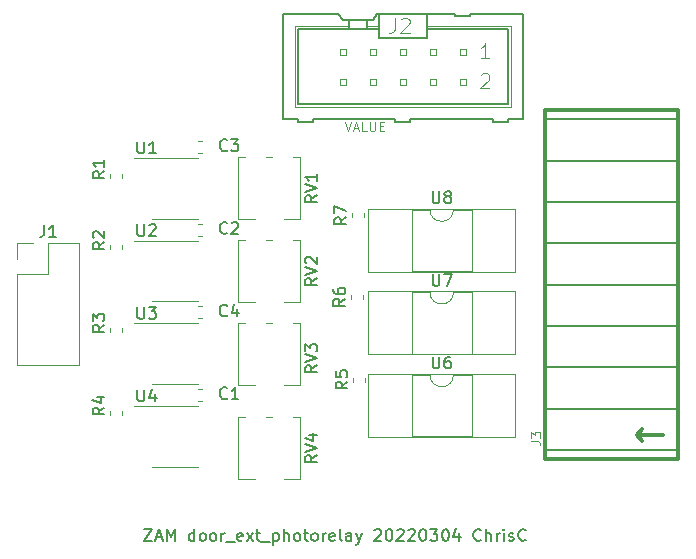
<source format=gbr>
%TF.GenerationSoftware,KiCad,Pcbnew,5.1.6-c6e7f7d~87~ubuntu18.04.1*%
%TF.CreationDate,2022-03-05T00:13:30+01:00*%
%TF.ProjectId,door_ext_photorelay,646f6f72-5f65-4787-945f-70686f746f72,rev?*%
%TF.SameCoordinates,Original*%
%TF.FileFunction,Legend,Top*%
%TF.FilePolarity,Positive*%
%FSLAX46Y46*%
G04 Gerber Fmt 4.6, Leading zero omitted, Abs format (unit mm)*
G04 Created by KiCad (PCBNEW 5.1.6-c6e7f7d~87~ubuntu18.04.1) date 2022-03-05 00:13:30*
%MOMM*%
%LPD*%
G01*
G04 APERTURE LIST*
%ADD10C,0.150000*%
%ADD11C,0.120000*%
%ADD12C,0.152400*%
%ADD13C,0.050800*%
%ADD14C,0.066040*%
%ADD15C,0.304800*%
%ADD16C,0.088900*%
%ADD17C,0.100000*%
G04 APERTURE END LIST*
D10*
X135833333Y-77452380D02*
X136500000Y-77452380D01*
X135833333Y-78452380D01*
X136500000Y-78452380D01*
X136833333Y-78166666D02*
X137309523Y-78166666D01*
X136738095Y-78452380D02*
X137071428Y-77452380D01*
X137404761Y-78452380D01*
X137738095Y-78452380D02*
X137738095Y-77452380D01*
X138071428Y-78166666D01*
X138404761Y-77452380D01*
X138404761Y-78452380D01*
X140071428Y-78452380D02*
X140071428Y-77452380D01*
X140071428Y-78404761D02*
X139976190Y-78452380D01*
X139785714Y-78452380D01*
X139690476Y-78404761D01*
X139642857Y-78357142D01*
X139595238Y-78261904D01*
X139595238Y-77976190D01*
X139642857Y-77880952D01*
X139690476Y-77833333D01*
X139785714Y-77785714D01*
X139976190Y-77785714D01*
X140071428Y-77833333D01*
X140690476Y-78452380D02*
X140595238Y-78404761D01*
X140547619Y-78357142D01*
X140500000Y-78261904D01*
X140500000Y-77976190D01*
X140547619Y-77880952D01*
X140595238Y-77833333D01*
X140690476Y-77785714D01*
X140833333Y-77785714D01*
X140928571Y-77833333D01*
X140976190Y-77880952D01*
X141023809Y-77976190D01*
X141023809Y-78261904D01*
X140976190Y-78357142D01*
X140928571Y-78404761D01*
X140833333Y-78452380D01*
X140690476Y-78452380D01*
X141595238Y-78452380D02*
X141500000Y-78404761D01*
X141452380Y-78357142D01*
X141404761Y-78261904D01*
X141404761Y-77976190D01*
X141452380Y-77880952D01*
X141500000Y-77833333D01*
X141595238Y-77785714D01*
X141738095Y-77785714D01*
X141833333Y-77833333D01*
X141880952Y-77880952D01*
X141928571Y-77976190D01*
X141928571Y-78261904D01*
X141880952Y-78357142D01*
X141833333Y-78404761D01*
X141738095Y-78452380D01*
X141595238Y-78452380D01*
X142357142Y-78452380D02*
X142357142Y-77785714D01*
X142357142Y-77976190D02*
X142404761Y-77880952D01*
X142452380Y-77833333D01*
X142547619Y-77785714D01*
X142642857Y-77785714D01*
X142738095Y-78547619D02*
X143500000Y-78547619D01*
X144119047Y-78404761D02*
X144023809Y-78452380D01*
X143833333Y-78452380D01*
X143738095Y-78404761D01*
X143690476Y-78309523D01*
X143690476Y-77928571D01*
X143738095Y-77833333D01*
X143833333Y-77785714D01*
X144023809Y-77785714D01*
X144119047Y-77833333D01*
X144166666Y-77928571D01*
X144166666Y-78023809D01*
X143690476Y-78119047D01*
X144500000Y-78452380D02*
X145023809Y-77785714D01*
X144500000Y-77785714D02*
X145023809Y-78452380D01*
X145261904Y-77785714D02*
X145642857Y-77785714D01*
X145404761Y-77452380D02*
X145404761Y-78309523D01*
X145452380Y-78404761D01*
X145547619Y-78452380D01*
X145642857Y-78452380D01*
X145738095Y-78547619D02*
X146500000Y-78547619D01*
X146738095Y-77785714D02*
X146738095Y-78785714D01*
X146738095Y-77833333D02*
X146833333Y-77785714D01*
X147023809Y-77785714D01*
X147119047Y-77833333D01*
X147166666Y-77880952D01*
X147214285Y-77976190D01*
X147214285Y-78261904D01*
X147166666Y-78357142D01*
X147119047Y-78404761D01*
X147023809Y-78452380D01*
X146833333Y-78452380D01*
X146738095Y-78404761D01*
X147642857Y-78452380D02*
X147642857Y-77452380D01*
X148071428Y-78452380D02*
X148071428Y-77928571D01*
X148023809Y-77833333D01*
X147928571Y-77785714D01*
X147785714Y-77785714D01*
X147690476Y-77833333D01*
X147642857Y-77880952D01*
X148690476Y-78452380D02*
X148595238Y-78404761D01*
X148547619Y-78357142D01*
X148500000Y-78261904D01*
X148500000Y-77976190D01*
X148547619Y-77880952D01*
X148595238Y-77833333D01*
X148690476Y-77785714D01*
X148833333Y-77785714D01*
X148928571Y-77833333D01*
X148976190Y-77880952D01*
X149023809Y-77976190D01*
X149023809Y-78261904D01*
X148976190Y-78357142D01*
X148928571Y-78404761D01*
X148833333Y-78452380D01*
X148690476Y-78452380D01*
X149309523Y-77785714D02*
X149690476Y-77785714D01*
X149452380Y-77452380D02*
X149452380Y-78309523D01*
X149500000Y-78404761D01*
X149595238Y-78452380D01*
X149690476Y-78452380D01*
X150166666Y-78452380D02*
X150071428Y-78404761D01*
X150023809Y-78357142D01*
X149976190Y-78261904D01*
X149976190Y-77976190D01*
X150023809Y-77880952D01*
X150071428Y-77833333D01*
X150166666Y-77785714D01*
X150309523Y-77785714D01*
X150404761Y-77833333D01*
X150452380Y-77880952D01*
X150500000Y-77976190D01*
X150500000Y-78261904D01*
X150452380Y-78357142D01*
X150404761Y-78404761D01*
X150309523Y-78452380D01*
X150166666Y-78452380D01*
X150928571Y-78452380D02*
X150928571Y-77785714D01*
X150928571Y-77976190D02*
X150976190Y-77880952D01*
X151023809Y-77833333D01*
X151119047Y-77785714D01*
X151214285Y-77785714D01*
X151928571Y-78404761D02*
X151833333Y-78452380D01*
X151642857Y-78452380D01*
X151547619Y-78404761D01*
X151500000Y-78309523D01*
X151500000Y-77928571D01*
X151547619Y-77833333D01*
X151642857Y-77785714D01*
X151833333Y-77785714D01*
X151928571Y-77833333D01*
X151976190Y-77928571D01*
X151976190Y-78023809D01*
X151500000Y-78119047D01*
X152547619Y-78452380D02*
X152452380Y-78404761D01*
X152404761Y-78309523D01*
X152404761Y-77452380D01*
X153357142Y-78452380D02*
X153357142Y-77928571D01*
X153309523Y-77833333D01*
X153214285Y-77785714D01*
X153023809Y-77785714D01*
X152928571Y-77833333D01*
X153357142Y-78404761D02*
X153261904Y-78452380D01*
X153023809Y-78452380D01*
X152928571Y-78404761D01*
X152880952Y-78309523D01*
X152880952Y-78214285D01*
X152928571Y-78119047D01*
X153023809Y-78071428D01*
X153261904Y-78071428D01*
X153357142Y-78023809D01*
X153738095Y-77785714D02*
X153976190Y-78452380D01*
X154214285Y-77785714D02*
X153976190Y-78452380D01*
X153880952Y-78690476D01*
X153833333Y-78738095D01*
X153738095Y-78785714D01*
X155309523Y-77547619D02*
X155357142Y-77500000D01*
X155452380Y-77452380D01*
X155690476Y-77452380D01*
X155785714Y-77500000D01*
X155833333Y-77547619D01*
X155880952Y-77642857D01*
X155880952Y-77738095D01*
X155833333Y-77880952D01*
X155261904Y-78452380D01*
X155880952Y-78452380D01*
X156499999Y-77452380D02*
X156595238Y-77452380D01*
X156690476Y-77500000D01*
X156738095Y-77547619D01*
X156785714Y-77642857D01*
X156833333Y-77833333D01*
X156833333Y-78071428D01*
X156785714Y-78261904D01*
X156738095Y-78357142D01*
X156690476Y-78404761D01*
X156595238Y-78452380D01*
X156499999Y-78452380D01*
X156404761Y-78404761D01*
X156357142Y-78357142D01*
X156309523Y-78261904D01*
X156261904Y-78071428D01*
X156261904Y-77833333D01*
X156309523Y-77642857D01*
X156357142Y-77547619D01*
X156404761Y-77500000D01*
X156499999Y-77452380D01*
X157214285Y-77547619D02*
X157261904Y-77500000D01*
X157357142Y-77452380D01*
X157595238Y-77452380D01*
X157690476Y-77500000D01*
X157738095Y-77547619D01*
X157785714Y-77642857D01*
X157785714Y-77738095D01*
X157738095Y-77880952D01*
X157166666Y-78452380D01*
X157785714Y-78452380D01*
X158166666Y-77547619D02*
X158214285Y-77500000D01*
X158309523Y-77452380D01*
X158547619Y-77452380D01*
X158642857Y-77500000D01*
X158690476Y-77547619D01*
X158738095Y-77642857D01*
X158738095Y-77738095D01*
X158690476Y-77880952D01*
X158119047Y-78452380D01*
X158738095Y-78452380D01*
X159357142Y-77452380D02*
X159452380Y-77452380D01*
X159547619Y-77500000D01*
X159595238Y-77547619D01*
X159642857Y-77642857D01*
X159690476Y-77833333D01*
X159690476Y-78071428D01*
X159642857Y-78261904D01*
X159595238Y-78357142D01*
X159547619Y-78404761D01*
X159452380Y-78452380D01*
X159357142Y-78452380D01*
X159261904Y-78404761D01*
X159214285Y-78357142D01*
X159166666Y-78261904D01*
X159119047Y-78071428D01*
X159119047Y-77833333D01*
X159166666Y-77642857D01*
X159214285Y-77547619D01*
X159261904Y-77500000D01*
X159357142Y-77452380D01*
X160023809Y-77452380D02*
X160642857Y-77452380D01*
X160309523Y-77833333D01*
X160452380Y-77833333D01*
X160547619Y-77880952D01*
X160595238Y-77928571D01*
X160642857Y-78023809D01*
X160642857Y-78261904D01*
X160595238Y-78357142D01*
X160547619Y-78404761D01*
X160452380Y-78452380D01*
X160166666Y-78452380D01*
X160071428Y-78404761D01*
X160023809Y-78357142D01*
X161261904Y-77452380D02*
X161357142Y-77452380D01*
X161452380Y-77500000D01*
X161499999Y-77547619D01*
X161547619Y-77642857D01*
X161595238Y-77833333D01*
X161595238Y-78071428D01*
X161547619Y-78261904D01*
X161499999Y-78357142D01*
X161452380Y-78404761D01*
X161357142Y-78452380D01*
X161261904Y-78452380D01*
X161166666Y-78404761D01*
X161119047Y-78357142D01*
X161071428Y-78261904D01*
X161023809Y-78071428D01*
X161023809Y-77833333D01*
X161071428Y-77642857D01*
X161119047Y-77547619D01*
X161166666Y-77500000D01*
X161261904Y-77452380D01*
X162452380Y-77785714D02*
X162452380Y-78452380D01*
X162214285Y-77404761D02*
X161976190Y-78119047D01*
X162595238Y-78119047D01*
X164309523Y-78357142D02*
X164261904Y-78404761D01*
X164119047Y-78452380D01*
X164023809Y-78452380D01*
X163880952Y-78404761D01*
X163785714Y-78309523D01*
X163738095Y-78214285D01*
X163690476Y-78023809D01*
X163690476Y-77880952D01*
X163738095Y-77690476D01*
X163785714Y-77595238D01*
X163880952Y-77500000D01*
X164023809Y-77452380D01*
X164119047Y-77452380D01*
X164261904Y-77500000D01*
X164309523Y-77547619D01*
X164738095Y-78452380D02*
X164738095Y-77452380D01*
X165166666Y-78452380D02*
X165166666Y-77928571D01*
X165119047Y-77833333D01*
X165023809Y-77785714D01*
X164880952Y-77785714D01*
X164785714Y-77833333D01*
X164738095Y-77880952D01*
X165642857Y-78452380D02*
X165642857Y-77785714D01*
X165642857Y-77976190D02*
X165690476Y-77880952D01*
X165738095Y-77833333D01*
X165833333Y-77785714D01*
X165928571Y-77785714D01*
X166261904Y-78452380D02*
X166261904Y-77785714D01*
X166261904Y-77452380D02*
X166214285Y-77500000D01*
X166261904Y-77547619D01*
X166309523Y-77500000D01*
X166261904Y-77452380D01*
X166261904Y-77547619D01*
X166690476Y-78404761D02*
X166785714Y-78452380D01*
X166976190Y-78452380D01*
X167071428Y-78404761D01*
X167119047Y-78309523D01*
X167119047Y-78261904D01*
X167071428Y-78166666D01*
X166976190Y-78119047D01*
X166833333Y-78119047D01*
X166738095Y-78071428D01*
X166690476Y-77976190D01*
X166690476Y-77928571D01*
X166738095Y-77833333D01*
X166833333Y-77785714D01*
X166976190Y-77785714D01*
X167071428Y-77833333D01*
X168119047Y-78357142D02*
X168071428Y-78404761D01*
X167928571Y-78452380D01*
X167833333Y-78452380D01*
X167690476Y-78404761D01*
X167595238Y-78309523D01*
X167547619Y-78214285D01*
X167499999Y-78023809D01*
X167499999Y-77880952D01*
X167547619Y-77690476D01*
X167595238Y-77595238D01*
X167690476Y-77500000D01*
X167833333Y-77452380D01*
X167928571Y-77452380D01*
X168071428Y-77500000D01*
X168119047Y-77547619D01*
D11*
%TO.C,C1*%
X140671267Y-65590000D02*
X140328733Y-65590000D01*
X140671267Y-66610000D02*
X140328733Y-66610000D01*
%TO.C,C2*%
X140671267Y-52610000D02*
X140328733Y-52610000D01*
X140671267Y-51590000D02*
X140328733Y-51590000D01*
%TO.C,C3*%
X140671267Y-44590000D02*
X140328733Y-44590000D01*
X140671267Y-45610000D02*
X140328733Y-45610000D01*
%TO.C,C4*%
X140671267Y-59610000D02*
X140328733Y-59610000D01*
X140671267Y-58590000D02*
X140328733Y-58590000D01*
%TO.C,J1*%
X125070000Y-53270000D02*
X126400000Y-53270000D01*
X125070000Y-54600000D02*
X125070000Y-53270000D01*
X127670000Y-53270000D02*
X130270000Y-53270000D01*
X127670000Y-55870000D02*
X127670000Y-53270000D01*
X125070000Y-55870000D02*
X127670000Y-55870000D01*
X130270000Y-53270000D02*
X130270000Y-63550000D01*
X125070000Y-55870000D02*
X125070000Y-63550000D01*
X125070000Y-63550000D02*
X130270000Y-63550000D01*
D12*
%TO.C,J2*%
X163415000Y-33855000D02*
X167860000Y-33855000D01*
X163415000Y-33855000D02*
X163415000Y-33982000D01*
X162145000Y-33982000D02*
X163415000Y-33982000D01*
X162145000Y-33982000D02*
X162145000Y-33855000D01*
X159732000Y-33855000D02*
X162145000Y-33855000D01*
X153128000Y-34363000D02*
X154652000Y-34363000D01*
X153128000Y-34871000D02*
X153128000Y-34363000D01*
X154652000Y-34363000D02*
X155160000Y-34363000D01*
X154652000Y-34871000D02*
X154652000Y-34363000D01*
X159732000Y-34871000D02*
X159732000Y-33855000D01*
D13*
X166844000Y-34871000D02*
X159732000Y-34871000D01*
X166844000Y-41729000D02*
X166844000Y-34871000D01*
X148556000Y-41729000D02*
X166844000Y-41729000D01*
X148556000Y-34871000D02*
X148556000Y-41729000D01*
X153128000Y-34871000D02*
X148556000Y-34871000D01*
D12*
X155668000Y-34871000D02*
X155668000Y-33855000D01*
D13*
X154652000Y-34871000D02*
X155668000Y-34871000D01*
D12*
X152620000Y-34363000D02*
X153128000Y-34363000D01*
X152620000Y-34363000D02*
X152239000Y-33855000D01*
X155541000Y-33855000D02*
X155160000Y-34363000D01*
X153128000Y-35125000D02*
X154652000Y-35125000D01*
X153128000Y-35125000D02*
X153128000Y-34871000D01*
X154652000Y-35125000D02*
X155668000Y-35125000D01*
X154652000Y-35125000D02*
X154652000Y-34871000D01*
X155668000Y-33855000D02*
X159732000Y-33855000D01*
X155541000Y-33855000D02*
X155668000Y-33855000D01*
X165320000Y-42745000D02*
X158335000Y-42745000D01*
X165320000Y-42999000D02*
X165320000Y-42745000D01*
X166590000Y-42999000D02*
X166590000Y-42745000D01*
X165320000Y-42999000D02*
X166590000Y-42999000D01*
X158335000Y-42999000D02*
X158335000Y-42745000D01*
X157065000Y-42745000D02*
X150080000Y-42745000D01*
X157065000Y-42999000D02*
X157065000Y-42745000D01*
X157065000Y-42999000D02*
X158335000Y-42999000D01*
X148810000Y-42745000D02*
X147540000Y-42745000D01*
X150080000Y-42745000D02*
X150080000Y-42999000D01*
X148810000Y-42999000D02*
X150080000Y-42999000D01*
X148810000Y-42745000D02*
X148810000Y-42999000D01*
X155668000Y-35125000D02*
X155668000Y-34871000D01*
X155668000Y-35887000D02*
X155668000Y-35125000D01*
X159732000Y-35125000D02*
X159732000Y-34871000D01*
X159732000Y-35125000D02*
X166590000Y-35125000D01*
X159732000Y-35125000D02*
X159732000Y-35887000D01*
X155668000Y-35887000D02*
X159732000Y-35887000D01*
X148810000Y-35125000D02*
X153128000Y-35125000D01*
X167860000Y-42745000D02*
X167860000Y-33855000D01*
X147540000Y-33855000D02*
X147540000Y-42745000D01*
X147540000Y-33855000D02*
X152239000Y-33855000D01*
X167860000Y-42745000D02*
X166590000Y-42745000D01*
X166590000Y-41475000D02*
X166590000Y-35125000D01*
X148810000Y-35125000D02*
X148810000Y-41475000D01*
X166590000Y-41475000D02*
X148810000Y-41475000D01*
D14*
X155414000Y-36776000D02*
X155414000Y-37284000D01*
X155414000Y-37284000D02*
X154906000Y-37284000D01*
X154906000Y-36776000D02*
X154906000Y-37284000D01*
X155414000Y-36776000D02*
X154906000Y-36776000D01*
X152874000Y-36776000D02*
X152874000Y-37284000D01*
X152874000Y-37284000D02*
X152366000Y-37284000D01*
X152366000Y-36776000D02*
X152366000Y-37284000D01*
X152874000Y-36776000D02*
X152366000Y-36776000D01*
X157954000Y-36776000D02*
X157954000Y-37284000D01*
X157954000Y-37284000D02*
X157446000Y-37284000D01*
X157446000Y-36776000D02*
X157446000Y-37284000D01*
X157954000Y-36776000D02*
X157446000Y-36776000D01*
X163034000Y-36776000D02*
X163034000Y-37284000D01*
X163034000Y-37284000D02*
X162526000Y-37284000D01*
X162526000Y-36776000D02*
X162526000Y-37284000D01*
X163034000Y-36776000D02*
X162526000Y-36776000D01*
X160494000Y-36776000D02*
X160494000Y-37284000D01*
X160494000Y-37284000D02*
X159986000Y-37284000D01*
X159986000Y-36776000D02*
X159986000Y-37284000D01*
X160494000Y-36776000D02*
X159986000Y-36776000D01*
X155414000Y-39316000D02*
X155414000Y-39824000D01*
X155414000Y-39824000D02*
X154906000Y-39824000D01*
X154906000Y-39316000D02*
X154906000Y-39824000D01*
X155414000Y-39316000D02*
X154906000Y-39316000D01*
X152874000Y-39316000D02*
X152874000Y-39824000D01*
X152874000Y-39824000D02*
X152366000Y-39824000D01*
X152366000Y-39316000D02*
X152366000Y-39824000D01*
X152874000Y-39316000D02*
X152366000Y-39316000D01*
X157954000Y-39316000D02*
X157954000Y-39824000D01*
X157954000Y-39824000D02*
X157446000Y-39824000D01*
X157446000Y-39316000D02*
X157446000Y-39824000D01*
X157954000Y-39316000D02*
X157446000Y-39316000D01*
X163034000Y-39316000D02*
X163034000Y-39824000D01*
X163034000Y-39824000D02*
X162526000Y-39824000D01*
X162526000Y-39316000D02*
X162526000Y-39824000D01*
X163034000Y-39316000D02*
X162526000Y-39316000D01*
X160494000Y-39316000D02*
X160494000Y-39824000D01*
X160494000Y-39824000D02*
X159986000Y-39824000D01*
X159986000Y-39316000D02*
X159986000Y-39824000D01*
X160494000Y-39316000D02*
X159986000Y-39316000D01*
D10*
%TO.C,J3*%
X169750000Y-42750000D02*
X181000000Y-42750000D01*
X169750000Y-46250000D02*
X181000000Y-46250000D01*
X169750000Y-49750000D02*
X181000000Y-49750000D01*
X169750000Y-56750000D02*
X181000000Y-56750000D01*
D15*
X177499680Y-69499740D02*
X177997520Y-68999360D01*
X177499680Y-69499740D02*
X177997520Y-69997580D01*
X179747580Y-69499740D02*
X177499680Y-69499740D01*
X169750000Y-71500000D02*
X169750000Y-42000000D01*
X181000000Y-71500000D02*
X169750000Y-71500000D01*
X181000000Y-42000000D02*
X169750000Y-42000000D01*
X181000000Y-71500000D02*
X181000000Y-42000000D01*
D10*
X169750000Y-67250000D02*
X181000000Y-67250000D01*
X169750000Y-63750000D02*
X181000000Y-63750000D01*
X169750000Y-60250000D02*
X181000000Y-60250000D01*
X169750000Y-53250000D02*
X181000000Y-53250000D01*
X169750000Y-70750000D02*
X181000000Y-70750000D01*
D11*
%TO.C,R1*%
X133910000Y-47428733D02*
X133910000Y-47771267D01*
X132890000Y-47428733D02*
X132890000Y-47771267D01*
%TO.C,R2*%
X132890000Y-53428733D02*
X132890000Y-53771267D01*
X133910000Y-53428733D02*
X133910000Y-53771267D01*
%TO.C,R3*%
X133910000Y-60428733D02*
X133910000Y-60771267D01*
X132890000Y-60428733D02*
X132890000Y-60771267D01*
%TO.C,R4*%
X133910000Y-67428733D02*
X133910000Y-67771267D01*
X132890000Y-67428733D02*
X132890000Y-67771267D01*
%TO.C,R5*%
X154510000Y-64971267D02*
X154510000Y-64628733D01*
X153490000Y-64971267D02*
X153490000Y-64628733D01*
%TO.C,R6*%
X154310000Y-57971267D02*
X154310000Y-57628733D01*
X153290000Y-57971267D02*
X153290000Y-57628733D01*
%TO.C,R7*%
X154410000Y-51071267D02*
X154410000Y-50728733D01*
X153390000Y-51071267D02*
X153390000Y-50728733D01*
%TO.C,RV1*%
X148440000Y-45980000D02*
X149020000Y-45980000D01*
X146140000Y-45980000D02*
X146660000Y-45980000D01*
X143780000Y-45980000D02*
X144361000Y-45980000D01*
X147640000Y-51220000D02*
X149020000Y-51220000D01*
X143780000Y-51220000D02*
X145160000Y-51220000D01*
X149020000Y-51220000D02*
X149020000Y-45980000D01*
X143780000Y-51220000D02*
X143780000Y-45980000D01*
%TO.C,RV2*%
X143780000Y-58220000D02*
X143780000Y-52980000D01*
X149020000Y-58220000D02*
X149020000Y-52980000D01*
X143780000Y-58220000D02*
X145160000Y-58220000D01*
X147640000Y-58220000D02*
X149020000Y-58220000D01*
X143780000Y-52980000D02*
X144361000Y-52980000D01*
X146140000Y-52980000D02*
X146660000Y-52980000D01*
X148440000Y-52980000D02*
X149020000Y-52980000D01*
%TO.C,RV3*%
X148440000Y-59980000D02*
X149020000Y-59980000D01*
X146140000Y-59980000D02*
X146660000Y-59980000D01*
X143780000Y-59980000D02*
X144361000Y-59980000D01*
X147640000Y-65220000D02*
X149020000Y-65220000D01*
X143780000Y-65220000D02*
X145160000Y-65220000D01*
X149020000Y-65220000D02*
X149020000Y-59980000D01*
X143780000Y-65220000D02*
X143780000Y-59980000D01*
%TO.C,RV4*%
X143780000Y-73220000D02*
X143780000Y-67980000D01*
X149020000Y-73220000D02*
X149020000Y-67980000D01*
X143780000Y-73220000D02*
X145160000Y-73220000D01*
X147640000Y-73220000D02*
X149020000Y-73220000D01*
X143780000Y-67980000D02*
X144361000Y-67980000D01*
X146140000Y-67980000D02*
X146660000Y-67980000D01*
X148440000Y-67980000D02*
X149020000Y-67980000D01*
%TO.C,U1*%
X138400000Y-46040000D02*
X134950000Y-46040000D01*
X138400000Y-46040000D02*
X140350000Y-46040000D01*
X138400000Y-51160000D02*
X136450000Y-51160000D01*
X138400000Y-51160000D02*
X140350000Y-51160000D01*
%TO.C,U2*%
X138400000Y-58160000D02*
X140350000Y-58160000D01*
X138400000Y-58160000D02*
X136450000Y-58160000D01*
X138400000Y-53040000D02*
X140350000Y-53040000D01*
X138400000Y-53040000D02*
X134950000Y-53040000D01*
%TO.C,U3*%
X138400000Y-60040000D02*
X134950000Y-60040000D01*
X138400000Y-60040000D02*
X140350000Y-60040000D01*
X138400000Y-65160000D02*
X136450000Y-65160000D01*
X138400000Y-65160000D02*
X140350000Y-65160000D01*
%TO.C,U4*%
X138400000Y-67040000D02*
X134950000Y-67040000D01*
X138400000Y-67040000D02*
X140350000Y-67040000D01*
X138400000Y-72160000D02*
X136450000Y-72160000D01*
X138400000Y-72160000D02*
X140350000Y-72160000D01*
%TO.C,U6*%
X167235000Y-64340000D02*
X154765000Y-64340000D01*
X167235000Y-69660000D02*
X167235000Y-64340000D01*
X154765000Y-69660000D02*
X167235000Y-69660000D01*
X154765000Y-64340000D02*
X154765000Y-69660000D01*
X163535000Y-64400000D02*
X162000000Y-64400000D01*
X163535000Y-69600000D02*
X163535000Y-64400000D01*
X158465000Y-69600000D02*
X163535000Y-69600000D01*
X158465000Y-64400000D02*
X158465000Y-69600000D01*
X160000000Y-64400000D02*
X158465000Y-64400000D01*
X162000000Y-64400000D02*
G75*
G02*
X160000000Y-64400000I-1000000J0D01*
G01*
%TO.C,U7*%
X167235000Y-57340000D02*
X154765000Y-57340000D01*
X167235000Y-62660000D02*
X167235000Y-57340000D01*
X154765000Y-62660000D02*
X167235000Y-62660000D01*
X154765000Y-57340000D02*
X154765000Y-62660000D01*
X163535000Y-57400000D02*
X162000000Y-57400000D01*
X163535000Y-62600000D02*
X163535000Y-57400000D01*
X158465000Y-62600000D02*
X163535000Y-62600000D01*
X158465000Y-57400000D02*
X158465000Y-62600000D01*
X160000000Y-57400000D02*
X158465000Y-57400000D01*
X162000000Y-57400000D02*
G75*
G02*
X160000000Y-57400000I-1000000J0D01*
G01*
%TO.C,U8*%
X162000000Y-50400000D02*
G75*
G02*
X160000000Y-50400000I-1000000J0D01*
G01*
X160000000Y-50400000D02*
X158465000Y-50400000D01*
X158465000Y-50400000D02*
X158465000Y-55600000D01*
X158465000Y-55600000D02*
X163535000Y-55600000D01*
X163535000Y-55600000D02*
X163535000Y-50400000D01*
X163535000Y-50400000D02*
X162000000Y-50400000D01*
X154765000Y-50340000D02*
X154765000Y-55660000D01*
X154765000Y-55660000D02*
X167235000Y-55660000D01*
X167235000Y-55660000D02*
X167235000Y-50340000D01*
X167235000Y-50340000D02*
X154765000Y-50340000D01*
%TO.C,C1*%
D10*
X142833333Y-66357142D02*
X142785714Y-66404761D01*
X142642857Y-66452380D01*
X142547619Y-66452380D01*
X142404761Y-66404761D01*
X142309523Y-66309523D01*
X142261904Y-66214285D01*
X142214285Y-66023809D01*
X142214285Y-65880952D01*
X142261904Y-65690476D01*
X142309523Y-65595238D01*
X142404761Y-65500000D01*
X142547619Y-65452380D01*
X142642857Y-65452380D01*
X142785714Y-65500000D01*
X142833333Y-65547619D01*
X143785714Y-66452380D02*
X143214285Y-66452380D01*
X143500000Y-66452380D02*
X143500000Y-65452380D01*
X143404761Y-65595238D01*
X143309523Y-65690476D01*
X143214285Y-65738095D01*
%TO.C,C2*%
X142833333Y-52357142D02*
X142785714Y-52404761D01*
X142642857Y-52452380D01*
X142547619Y-52452380D01*
X142404761Y-52404761D01*
X142309523Y-52309523D01*
X142261904Y-52214285D01*
X142214285Y-52023809D01*
X142214285Y-51880952D01*
X142261904Y-51690476D01*
X142309523Y-51595238D01*
X142404761Y-51500000D01*
X142547619Y-51452380D01*
X142642857Y-51452380D01*
X142785714Y-51500000D01*
X142833333Y-51547619D01*
X143214285Y-51547619D02*
X143261904Y-51500000D01*
X143357142Y-51452380D01*
X143595238Y-51452380D01*
X143690476Y-51500000D01*
X143738095Y-51547619D01*
X143785714Y-51642857D01*
X143785714Y-51738095D01*
X143738095Y-51880952D01*
X143166666Y-52452380D01*
X143785714Y-52452380D01*
%TO.C,C3*%
X142833333Y-45357142D02*
X142785714Y-45404761D01*
X142642857Y-45452380D01*
X142547619Y-45452380D01*
X142404761Y-45404761D01*
X142309523Y-45309523D01*
X142261904Y-45214285D01*
X142214285Y-45023809D01*
X142214285Y-44880952D01*
X142261904Y-44690476D01*
X142309523Y-44595238D01*
X142404761Y-44500000D01*
X142547619Y-44452380D01*
X142642857Y-44452380D01*
X142785714Y-44500000D01*
X142833333Y-44547619D01*
X143166666Y-44452380D02*
X143785714Y-44452380D01*
X143452380Y-44833333D01*
X143595238Y-44833333D01*
X143690476Y-44880952D01*
X143738095Y-44928571D01*
X143785714Y-45023809D01*
X143785714Y-45261904D01*
X143738095Y-45357142D01*
X143690476Y-45404761D01*
X143595238Y-45452380D01*
X143309523Y-45452380D01*
X143214285Y-45404761D01*
X143166666Y-45357142D01*
%TO.C,C4*%
X142833333Y-59357142D02*
X142785714Y-59404761D01*
X142642857Y-59452380D01*
X142547619Y-59452380D01*
X142404761Y-59404761D01*
X142309523Y-59309523D01*
X142261904Y-59214285D01*
X142214285Y-59023809D01*
X142214285Y-58880952D01*
X142261904Y-58690476D01*
X142309523Y-58595238D01*
X142404761Y-58500000D01*
X142547619Y-58452380D01*
X142642857Y-58452380D01*
X142785714Y-58500000D01*
X142833333Y-58547619D01*
X143690476Y-58785714D02*
X143690476Y-59452380D01*
X143452380Y-58404761D02*
X143214285Y-59119047D01*
X143833333Y-59119047D01*
%TO.C,J1*%
X127336666Y-51722380D02*
X127336666Y-52436666D01*
X127289047Y-52579523D01*
X127193809Y-52674761D01*
X127050952Y-52722380D01*
X126955714Y-52722380D01*
X128336666Y-52722380D02*
X127765238Y-52722380D01*
X128050952Y-52722380D02*
X128050952Y-51722380D01*
X127955714Y-51865238D01*
X127860476Y-51960476D01*
X127765238Y-52008095D01*
%TO.C,J2*%
D16*
X157022666Y-34175523D02*
X157022666Y-35082666D01*
X156962190Y-35264095D01*
X156841238Y-35385047D01*
X156659809Y-35445523D01*
X156538857Y-35445523D01*
X157566952Y-34296476D02*
X157627428Y-34236000D01*
X157748380Y-34175523D01*
X158050761Y-34175523D01*
X158171714Y-34236000D01*
X158232190Y-34296476D01*
X158292666Y-34417428D01*
X158292666Y-34538380D01*
X158232190Y-34719809D01*
X157506476Y-35445523D01*
X158292666Y-35445523D01*
D17*
X152785714Y-42961904D02*
X153052380Y-43761904D01*
X153319047Y-42961904D01*
X153547619Y-43533333D02*
X153928571Y-43533333D01*
X153471428Y-43761904D02*
X153738095Y-42961904D01*
X154004761Y-43761904D01*
X154652380Y-43761904D02*
X154271428Y-43761904D01*
X154271428Y-42961904D01*
X154919047Y-42961904D02*
X154919047Y-43609523D01*
X154957142Y-43685714D01*
X154995238Y-43723809D01*
X155071428Y-43761904D01*
X155223809Y-43761904D01*
X155300000Y-43723809D01*
X155338095Y-43685714D01*
X155376190Y-43609523D01*
X155376190Y-42961904D01*
X155757142Y-43342857D02*
X156023809Y-43342857D01*
X156138095Y-43761904D02*
X155757142Y-43761904D01*
X155757142Y-42961904D01*
X156138095Y-42961904D01*
D16*
X165047857Y-37604523D02*
X164322142Y-37604523D01*
X164685000Y-37604523D02*
X164685000Y-36334523D01*
X164564047Y-36515952D01*
X164443095Y-36636904D01*
X164322142Y-36697380D01*
X164322142Y-38995476D02*
X164382619Y-38935000D01*
X164503571Y-38874523D01*
X164805952Y-38874523D01*
X164926904Y-38935000D01*
X164987380Y-38995476D01*
X165047857Y-39116428D01*
X165047857Y-39237380D01*
X164987380Y-39418809D01*
X164261666Y-40144523D01*
X165047857Y-40144523D01*
%TO.C,J3*%
D17*
X168561904Y-70016666D02*
X169133333Y-70016666D01*
X169247619Y-70054761D01*
X169323809Y-70130952D01*
X169361904Y-70245238D01*
X169361904Y-70321428D01*
X168561904Y-69711904D02*
X168561904Y-69216666D01*
X168866666Y-69483333D01*
X168866666Y-69369047D01*
X168904761Y-69292857D01*
X168942857Y-69254761D01*
X169019047Y-69216666D01*
X169209523Y-69216666D01*
X169285714Y-69254761D01*
X169323809Y-69292857D01*
X169361904Y-69369047D01*
X169361904Y-69597619D01*
X169323809Y-69673809D01*
X169285714Y-69711904D01*
%TO.C,R1*%
D10*
X132452380Y-47166666D02*
X131976190Y-47500000D01*
X132452380Y-47738095D02*
X131452380Y-47738095D01*
X131452380Y-47357142D01*
X131500000Y-47261904D01*
X131547619Y-47214285D01*
X131642857Y-47166666D01*
X131785714Y-47166666D01*
X131880952Y-47214285D01*
X131928571Y-47261904D01*
X131976190Y-47357142D01*
X131976190Y-47738095D01*
X132452380Y-46214285D02*
X132452380Y-46785714D01*
X132452380Y-46500000D02*
X131452380Y-46500000D01*
X131595238Y-46595238D01*
X131690476Y-46690476D01*
X131738095Y-46785714D01*
%TO.C,R2*%
X132452380Y-53166666D02*
X131976190Y-53500000D01*
X132452380Y-53738095D02*
X131452380Y-53738095D01*
X131452380Y-53357142D01*
X131500000Y-53261904D01*
X131547619Y-53214285D01*
X131642857Y-53166666D01*
X131785714Y-53166666D01*
X131880952Y-53214285D01*
X131928571Y-53261904D01*
X131976190Y-53357142D01*
X131976190Y-53738095D01*
X131547619Y-52785714D02*
X131500000Y-52738095D01*
X131452380Y-52642857D01*
X131452380Y-52404761D01*
X131500000Y-52309523D01*
X131547619Y-52261904D01*
X131642857Y-52214285D01*
X131738095Y-52214285D01*
X131880952Y-52261904D01*
X132452380Y-52833333D01*
X132452380Y-52214285D01*
%TO.C,R3*%
X132452380Y-60166666D02*
X131976190Y-60500000D01*
X132452380Y-60738095D02*
X131452380Y-60738095D01*
X131452380Y-60357142D01*
X131500000Y-60261904D01*
X131547619Y-60214285D01*
X131642857Y-60166666D01*
X131785714Y-60166666D01*
X131880952Y-60214285D01*
X131928571Y-60261904D01*
X131976190Y-60357142D01*
X131976190Y-60738095D01*
X131452380Y-59833333D02*
X131452380Y-59214285D01*
X131833333Y-59547619D01*
X131833333Y-59404761D01*
X131880952Y-59309523D01*
X131928571Y-59261904D01*
X132023809Y-59214285D01*
X132261904Y-59214285D01*
X132357142Y-59261904D01*
X132404761Y-59309523D01*
X132452380Y-59404761D01*
X132452380Y-59690476D01*
X132404761Y-59785714D01*
X132357142Y-59833333D01*
%TO.C,R4*%
X132452380Y-67166666D02*
X131976190Y-67500000D01*
X132452380Y-67738095D02*
X131452380Y-67738095D01*
X131452380Y-67357142D01*
X131500000Y-67261904D01*
X131547619Y-67214285D01*
X131642857Y-67166666D01*
X131785714Y-67166666D01*
X131880952Y-67214285D01*
X131928571Y-67261904D01*
X131976190Y-67357142D01*
X131976190Y-67738095D01*
X131785714Y-66309523D02*
X132452380Y-66309523D01*
X131404761Y-66547619D02*
X132119047Y-66785714D01*
X132119047Y-66166666D01*
%TO.C,R5*%
X153022380Y-64966666D02*
X152546190Y-65300000D01*
X153022380Y-65538095D02*
X152022380Y-65538095D01*
X152022380Y-65157142D01*
X152070000Y-65061904D01*
X152117619Y-65014285D01*
X152212857Y-64966666D01*
X152355714Y-64966666D01*
X152450952Y-65014285D01*
X152498571Y-65061904D01*
X152546190Y-65157142D01*
X152546190Y-65538095D01*
X152022380Y-64061904D02*
X152022380Y-64538095D01*
X152498571Y-64585714D01*
X152450952Y-64538095D01*
X152403333Y-64442857D01*
X152403333Y-64204761D01*
X152450952Y-64109523D01*
X152498571Y-64061904D01*
X152593809Y-64014285D01*
X152831904Y-64014285D01*
X152927142Y-64061904D01*
X152974761Y-64109523D01*
X153022380Y-64204761D01*
X153022380Y-64442857D01*
X152974761Y-64538095D01*
X152927142Y-64585714D01*
%TO.C,R6*%
X152822380Y-57966666D02*
X152346190Y-58300000D01*
X152822380Y-58538095D02*
X151822380Y-58538095D01*
X151822380Y-58157142D01*
X151870000Y-58061904D01*
X151917619Y-58014285D01*
X152012857Y-57966666D01*
X152155714Y-57966666D01*
X152250952Y-58014285D01*
X152298571Y-58061904D01*
X152346190Y-58157142D01*
X152346190Y-58538095D01*
X151822380Y-57109523D02*
X151822380Y-57300000D01*
X151870000Y-57395238D01*
X151917619Y-57442857D01*
X152060476Y-57538095D01*
X152250952Y-57585714D01*
X152631904Y-57585714D01*
X152727142Y-57538095D01*
X152774761Y-57490476D01*
X152822380Y-57395238D01*
X152822380Y-57204761D01*
X152774761Y-57109523D01*
X152727142Y-57061904D01*
X152631904Y-57014285D01*
X152393809Y-57014285D01*
X152298571Y-57061904D01*
X152250952Y-57109523D01*
X152203333Y-57204761D01*
X152203333Y-57395238D01*
X152250952Y-57490476D01*
X152298571Y-57538095D01*
X152393809Y-57585714D01*
%TO.C,R7*%
X152922380Y-51066666D02*
X152446190Y-51400000D01*
X152922380Y-51638095D02*
X151922380Y-51638095D01*
X151922380Y-51257142D01*
X151970000Y-51161904D01*
X152017619Y-51114285D01*
X152112857Y-51066666D01*
X152255714Y-51066666D01*
X152350952Y-51114285D01*
X152398571Y-51161904D01*
X152446190Y-51257142D01*
X152446190Y-51638095D01*
X151922380Y-50733333D02*
X151922380Y-50066666D01*
X152922380Y-50495238D01*
%TO.C,RV1*%
X150452380Y-49195238D02*
X149976190Y-49528571D01*
X150452380Y-49766666D02*
X149452380Y-49766666D01*
X149452380Y-49385714D01*
X149500000Y-49290476D01*
X149547619Y-49242857D01*
X149642857Y-49195238D01*
X149785714Y-49195238D01*
X149880952Y-49242857D01*
X149928571Y-49290476D01*
X149976190Y-49385714D01*
X149976190Y-49766666D01*
X149452380Y-48909523D02*
X150452380Y-48576190D01*
X149452380Y-48242857D01*
X150452380Y-47385714D02*
X150452380Y-47957142D01*
X150452380Y-47671428D02*
X149452380Y-47671428D01*
X149595238Y-47766666D01*
X149690476Y-47861904D01*
X149738095Y-47957142D01*
%TO.C,RV2*%
X150452380Y-56195238D02*
X149976190Y-56528571D01*
X150452380Y-56766666D02*
X149452380Y-56766666D01*
X149452380Y-56385714D01*
X149500000Y-56290476D01*
X149547619Y-56242857D01*
X149642857Y-56195238D01*
X149785714Y-56195238D01*
X149880952Y-56242857D01*
X149928571Y-56290476D01*
X149976190Y-56385714D01*
X149976190Y-56766666D01*
X149452380Y-55909523D02*
X150452380Y-55576190D01*
X149452380Y-55242857D01*
X149547619Y-54957142D02*
X149500000Y-54909523D01*
X149452380Y-54814285D01*
X149452380Y-54576190D01*
X149500000Y-54480952D01*
X149547619Y-54433333D01*
X149642857Y-54385714D01*
X149738095Y-54385714D01*
X149880952Y-54433333D01*
X150452380Y-55004761D01*
X150452380Y-54385714D01*
%TO.C,RV3*%
X150452380Y-63595238D02*
X149976190Y-63928571D01*
X150452380Y-64166666D02*
X149452380Y-64166666D01*
X149452380Y-63785714D01*
X149500000Y-63690476D01*
X149547619Y-63642857D01*
X149642857Y-63595238D01*
X149785714Y-63595238D01*
X149880952Y-63642857D01*
X149928571Y-63690476D01*
X149976190Y-63785714D01*
X149976190Y-64166666D01*
X149452380Y-63309523D02*
X150452380Y-62976190D01*
X149452380Y-62642857D01*
X149452380Y-62404761D02*
X149452380Y-61785714D01*
X149833333Y-62119047D01*
X149833333Y-61976190D01*
X149880952Y-61880952D01*
X149928571Y-61833333D01*
X150023809Y-61785714D01*
X150261904Y-61785714D01*
X150357142Y-61833333D01*
X150404761Y-61880952D01*
X150452380Y-61976190D01*
X150452380Y-62261904D01*
X150404761Y-62357142D01*
X150357142Y-62404761D01*
%TO.C,RV4*%
X150452380Y-71195238D02*
X149976190Y-71528571D01*
X150452380Y-71766666D02*
X149452380Y-71766666D01*
X149452380Y-71385714D01*
X149500000Y-71290476D01*
X149547619Y-71242857D01*
X149642857Y-71195238D01*
X149785714Y-71195238D01*
X149880952Y-71242857D01*
X149928571Y-71290476D01*
X149976190Y-71385714D01*
X149976190Y-71766666D01*
X149452380Y-70909523D02*
X150452380Y-70576190D01*
X149452380Y-70242857D01*
X149785714Y-69480952D02*
X150452380Y-69480952D01*
X149404761Y-69719047D02*
X150119047Y-69957142D01*
X150119047Y-69338095D01*
%TO.C,U1*%
X135238095Y-44652380D02*
X135238095Y-45461904D01*
X135285714Y-45557142D01*
X135333333Y-45604761D01*
X135428571Y-45652380D01*
X135619047Y-45652380D01*
X135714285Y-45604761D01*
X135761904Y-45557142D01*
X135809523Y-45461904D01*
X135809523Y-44652380D01*
X136809523Y-45652380D02*
X136238095Y-45652380D01*
X136523809Y-45652380D02*
X136523809Y-44652380D01*
X136428571Y-44795238D01*
X136333333Y-44890476D01*
X136238095Y-44938095D01*
%TO.C,U2*%
X135238095Y-51652380D02*
X135238095Y-52461904D01*
X135285714Y-52557142D01*
X135333333Y-52604761D01*
X135428571Y-52652380D01*
X135619047Y-52652380D01*
X135714285Y-52604761D01*
X135761904Y-52557142D01*
X135809523Y-52461904D01*
X135809523Y-51652380D01*
X136238095Y-51747619D02*
X136285714Y-51700000D01*
X136380952Y-51652380D01*
X136619047Y-51652380D01*
X136714285Y-51700000D01*
X136761904Y-51747619D01*
X136809523Y-51842857D01*
X136809523Y-51938095D01*
X136761904Y-52080952D01*
X136190476Y-52652380D01*
X136809523Y-52652380D01*
%TO.C,U3*%
X135238095Y-58652380D02*
X135238095Y-59461904D01*
X135285714Y-59557142D01*
X135333333Y-59604761D01*
X135428571Y-59652380D01*
X135619047Y-59652380D01*
X135714285Y-59604761D01*
X135761904Y-59557142D01*
X135809523Y-59461904D01*
X135809523Y-58652380D01*
X136190476Y-58652380D02*
X136809523Y-58652380D01*
X136476190Y-59033333D01*
X136619047Y-59033333D01*
X136714285Y-59080952D01*
X136761904Y-59128571D01*
X136809523Y-59223809D01*
X136809523Y-59461904D01*
X136761904Y-59557142D01*
X136714285Y-59604761D01*
X136619047Y-59652380D01*
X136333333Y-59652380D01*
X136238095Y-59604761D01*
X136190476Y-59557142D01*
%TO.C,U4*%
X135238095Y-65652380D02*
X135238095Y-66461904D01*
X135285714Y-66557142D01*
X135333333Y-66604761D01*
X135428571Y-66652380D01*
X135619047Y-66652380D01*
X135714285Y-66604761D01*
X135761904Y-66557142D01*
X135809523Y-66461904D01*
X135809523Y-65652380D01*
X136714285Y-65985714D02*
X136714285Y-66652380D01*
X136476190Y-65604761D02*
X136238095Y-66319047D01*
X136857142Y-66319047D01*
%TO.C,U6*%
X160238095Y-62852380D02*
X160238095Y-63661904D01*
X160285714Y-63757142D01*
X160333333Y-63804761D01*
X160428571Y-63852380D01*
X160619047Y-63852380D01*
X160714285Y-63804761D01*
X160761904Y-63757142D01*
X160809523Y-63661904D01*
X160809523Y-62852380D01*
X161714285Y-62852380D02*
X161523809Y-62852380D01*
X161428571Y-62900000D01*
X161380952Y-62947619D01*
X161285714Y-63090476D01*
X161238095Y-63280952D01*
X161238095Y-63661904D01*
X161285714Y-63757142D01*
X161333333Y-63804761D01*
X161428571Y-63852380D01*
X161619047Y-63852380D01*
X161714285Y-63804761D01*
X161761904Y-63757142D01*
X161809523Y-63661904D01*
X161809523Y-63423809D01*
X161761904Y-63328571D01*
X161714285Y-63280952D01*
X161619047Y-63233333D01*
X161428571Y-63233333D01*
X161333333Y-63280952D01*
X161285714Y-63328571D01*
X161238095Y-63423809D01*
%TO.C,U7*%
X160238095Y-55852380D02*
X160238095Y-56661904D01*
X160285714Y-56757142D01*
X160333333Y-56804761D01*
X160428571Y-56852380D01*
X160619047Y-56852380D01*
X160714285Y-56804761D01*
X160761904Y-56757142D01*
X160809523Y-56661904D01*
X160809523Y-55852380D01*
X161190476Y-55852380D02*
X161857142Y-55852380D01*
X161428571Y-56852380D01*
%TO.C,U8*%
X160238095Y-48852380D02*
X160238095Y-49661904D01*
X160285714Y-49757142D01*
X160333333Y-49804761D01*
X160428571Y-49852380D01*
X160619047Y-49852380D01*
X160714285Y-49804761D01*
X160761904Y-49757142D01*
X160809523Y-49661904D01*
X160809523Y-48852380D01*
X161428571Y-49280952D02*
X161333333Y-49233333D01*
X161285714Y-49185714D01*
X161238095Y-49090476D01*
X161238095Y-49042857D01*
X161285714Y-48947619D01*
X161333333Y-48900000D01*
X161428571Y-48852380D01*
X161619047Y-48852380D01*
X161714285Y-48900000D01*
X161761904Y-48947619D01*
X161809523Y-49042857D01*
X161809523Y-49090476D01*
X161761904Y-49185714D01*
X161714285Y-49233333D01*
X161619047Y-49280952D01*
X161428571Y-49280952D01*
X161333333Y-49328571D01*
X161285714Y-49376190D01*
X161238095Y-49471428D01*
X161238095Y-49661904D01*
X161285714Y-49757142D01*
X161333333Y-49804761D01*
X161428571Y-49852380D01*
X161619047Y-49852380D01*
X161714285Y-49804761D01*
X161761904Y-49757142D01*
X161809523Y-49661904D01*
X161809523Y-49471428D01*
X161761904Y-49376190D01*
X161714285Y-49328571D01*
X161619047Y-49280952D01*
%TD*%
M02*

</source>
